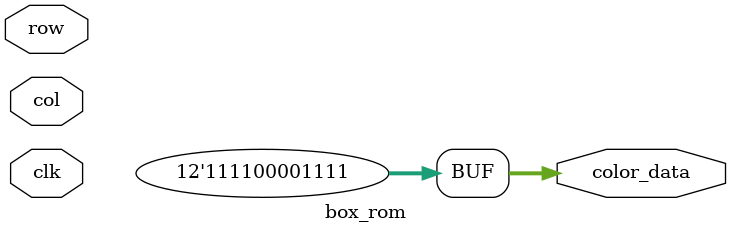
<source format=v>
module box_rom
	(
		input wire clk,
		input wire [4:0] row,
		input wire [4:0] col,
		output reg [11:0] color_data
	);

	(* rom_style = "block" *)

	//signal declarations
	reg [4:0] row_reg;
	reg [4:0] col_reg;

	always @(posedge clk)
		begin
		row_reg <= row;
		col_reg <= col;
		end

always @*
    case ({row_reg, col_reg})
        
		
		default: color_data = 12'b1111_0000_1111; //Just make them red blocks for now
	endcase
endmodule
</source>
